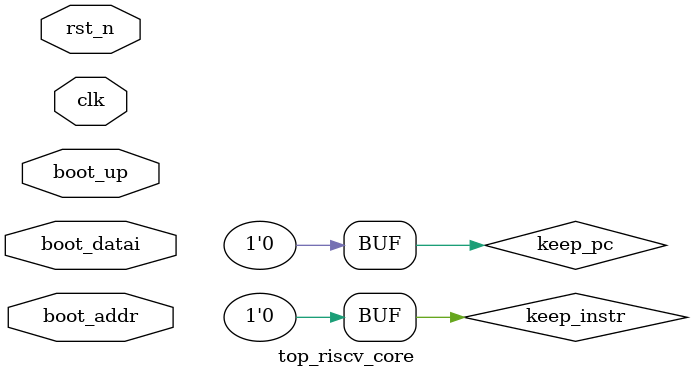
<source format=v>
module top_riscv_core 
#(
  parameter ADDR_WIDTH = 8,
  parameter ADDR_NUM = 256
) 
(
    input clk,
    input rst_n,
    input boot_up,
    input [ADDR_WIDTH-1:0] boot_addr,
    input [32-1 :0] boot_datai
);

    wire [32-1: 0] pc;
    wire [32-1: 0] pc_ID;
    wire [32-1: 0] pc_ID_org;
    wire [32-1 :0] pc_EX;
    wire [32-1: 0] pc_EX_org;
    wire [32-1 :0] pc_M;
    wire [32-1 :0] pc_RB;
    wire [32-1: 0] instr_IF;
    wire [32-1: 0] instr_ID;
    wire [32-1:0] instr_EX;
    wire [32-1:0] instr_M;
    wire [32-1: 0] pc_branch_M;
    wire [32-1 :0] alu_result_EX;
    wire [32-1: 0] alu_result_M;
    wire [32-1 :0] alu_result_RB;
    wire [32-1: 0] rd_wdata_RB;
    wire branch_valid;
    wire branch_equal;
    wire jalr_ID;
    wire jalr_EX;
    wire jalr_M;
    wire [32-1: 0] mem_rdata_M;
    wire [32-1: 0] mem_rdata_RB;
    wire [ADDR_WIDTH-1:0] icache_addr;
    wire alu_src_EX;
    wire alu_src_ID;
    wire [4-1: 0] alu_ctrl_ID;
    wire [4-1: 0] alu_ctrl_EX;
    wire [2-1: 0] PMAItoReg_ID;
    wire [2-1: 0] PMAItoReg_EX;
    wire [2-1: 0] PMAItoReg_M;
    wire [2-1: 0] PMAItoReg_RB;
    wire [32-1: 0] imm_ID;
    wire [32-1: 0] imm_EX;
    wire [32-1: 0] imm_M;
    wire [32-1: 0] imm_RB;
    wire [32-1: 0] rs1_rdata_ID;
    wire [32-1: 0] rs1_rdata_EX;
    wire [32-1: 0] rs2_rdata_ID;
    wire [32-1: 0] rs2_rdata_EX;
    wire [32-1: 0] rs2_rdata_M;
    wire [5-1: 0] rd_waddr_ID;
    wire [5-1: 0] rd_waddr_EX;
    wire [5-1: 0] rd_waddr_M;
    wire [5-1: 0] rd_waddr_RB;
    wire rd_wen_ID;
    wire rd_wen_EX;
    wire rd_wen_M;
    wire rd_wen_RB;
    wire branch_ID;
    wire branch_EX;
    wire branch_M;
    wire [32-1 :0] opr1; 
    wire [32-1 :0] opr2;
    wire [3-1: 0] funct3_M;
    wire zero_EX;
    wire zero_M;
    wire mem_write_ID;
    wire mem_write_EX;
    wire mem_write_M;
    wire jal_ID;
    wire jal_EX;
    wire jal_M;
    wire [5-1: 0] rs1_raddr_ID;
    wire [5-1: 0] rs1_raddr_EX;
    wire [5-1: 0] rs1_raddr_M;
    wire [5-1: 0] rs1_raddr_RB;
    wire [5-1: 0] rs2_raddr_ID;
    wire [5-1: 0] rs2_raddr_EX;
    wire [5-1: 0] rs2_raddr_M;
    wire [5-1: 0] rs2_raddr_RB;
    wire [32-1:0] instr_ID_mux;
    wire [2-1: 0] opr1_fwd;
    wire [2-1: 0] opr2_fwd;
    wire memstore_fwd;
    wire keep_pc;
    wire keep_instr;
    wire nop_sel;
    wire pc_running;
    wire [31:0] pc_branch_ID;
    wire beq_ID;
    wire bne_ID;
    wire auipc_EX;

    assign rd_wdata_RB = (PMAItoReg_RB == 2'd3)? pc_RB:
        (PMAItoReg_RB == 2'd2)? mem_rdata_RB:
        (PMAItoReg_RB == 2'd1)? alu_result_RB: imm_RB;

    assign opr1 = (auipc_EX) ? pc_EX_org : rs1_rdata_EX;
    assign opr2 = (alu_src_EX)? rs2_rdata_EX: imm_EX;

    assign beq_ID = (instr_ID[14:12] == 3'b000) && (rs1_rdata_ID == rs2_rdata_ID);
    assign bne_ID = (instr_ID[14:12] == 3'b001) && ~(rs1_rdata_ID == rs2_rdata_ID);
    assign branch_valid = ((beq_ID || bne_ID) && branch_ID) || jal_ID;
    assign pc_branch_ID = pc_ID_org + (imm_ID);

    ///////////// IF_STAGE && RB_STAGE /////////// 

    PC PC_U0 (
        .clk(clk),
        .rst_n(rst_n),
        .pc_branch_M(pc_branch_ID), // PC_branch_ID
        .alu_result_M(alu_result_M),
        .boot_up(boot_up),
        .keep_PC(keep_pc),
        .branch_valid(branch_valid),
        .jalr_M(jalr_M),
        .pc(pc),
        .pc_running(pc_running)
    );

    Icache Icache_U0 (
        .clk(clk),
        .rst_n(rst_n),
        .pc_running(pc_running),
        .pc(pc),
        .boot_addr(boot_addr),
        .wen(boot_up),
        .wdata(boot_datai),
        .rdata(instr_IF)
    );

    ///////////// IF_STAGE && RB_STAGE /////////// 
    
    IF_ID IF_ID_U0 (
        .clk(clk),
        .rst_n(rst_n),
        .pc_running(pc_running),
        .pc(pc),
        .instr_IF(instr_IF),
        .keep_instr(keep_instr),
        .PC_ID(pc_ID),
        .PC_ID_org(pc_ID_org),
        .instr_ID(instr_ID),
        .rs1_raddr(rs1_raddr_ID),
        .rs2_raddr(rs2_raddr_ID),
        .rd_waddr_ID(rd_waddr_ID)
    );

    ////////////////// ID_STAGE //////////////////


    control_unit control_unit_U0 (
        .instr_ID(instr_ID), .ALU_src(alu_src_ID), .ALU_ctrl(alu_ctrl_ID),
        .branch(branch_ID), .MemWrite(mem_write_ID), .jal(jal_ID),
        .jalr(jalr_ID), .PMAItoReg(PMAItoReg_ID), .rd_wen(rd_wen_ID)
    );

    imm_gen imm_gen_U0 (
        .instr(instr_ID), .imm(imm_ID)
    );

    regfile regfile_U0 (
        .clk(clk), .srst_n(rst_n), .raddr1(rs1_raddr_ID), .raddr2(rs2_raddr_ID),
        .wen(rd_wen_RB), .waddr(rd_waddr_RB), .wdata(rd_wdata_RB),
        .rdata1(rs1_rdata_ID), .rdata2(rs2_rdata_ID)
    );

    ////////////////// ID_STAGE ////////////////// 

    ID_EX ID_EX_U0 (
        .clk(clk), 
        .rst_n(rst_n),
        .PC_ID(pc_ID),
        .PC_ID_org(pc_ID_org),
        .imm_ID(imm_ID),
        .rs1_rdata_ID(rs1_rdata_ID),
        .rs2_rdata_ID(rs2_rdata_ID),
        .rd_waddr_ID(rd_waddr_ID),
        .ALU_src_ID(alu_src_ID),
        .ALU_ctrl_ID(alu_ctrl_ID),
        .branch_ID(branch_ID),
        .MemWrite_ID(mem_write_ID),
        .jal_ID(jal_ID),
        .jalr_ID(jalr_ID),
        .PMAItoReg_ID(PMAItoReg_ID),
        .rd_wen_ID(rd_wen_ID),
        .PC_EX(pc_EX),
        .PC_EX_org(pc_EX_org),
        .imm_EX(imm_EX),
        .rs1_rdata_EX(rs1_rdata_EX),
        .rs2_rdata_EX(rs2_rdata_EX),
        .rd_waddr_EX(rd_waddr_EX),
        .ALU_src_EX(alu_src_EX),
        .ALU_ctrl_EX(alu_ctrl_EX),
        .branch_EX(branch_EX),
        .MemWrite_EX(mem_write_EX),
        .jal_EX(jal_EX),
        .jalr_EX(jalr_EX),
        .PMAItoReg_EX(PMAItoReg_EX),
        .rd_wen_EX(rd_wen_EX),
        .rs1_raddr_ID(rs1_raddr_ID), .rs2_raddr_ID(rs2_raddr_ID),
        .rs1_raddr_EX(rs1_raddr_EX), .rs2_raddr_EX(rs2_raddr_EX),
        .instr_ID(instr_ID), .instr_EX(instr_EX),
        .auipc_EX(auipc_EX)
    );

    ////////////////// EX_STAGE ////////////////// 

    ALU ALU_U0 (
        .opr1(opr1), .opr2(opr2), 
        .alu_ctrl(alu_ctrl_EX), .zero(zero_EX), 
        .alu_out(alu_result_EX)
    );

    ////////////////// EX_STAGE ////////////////// 

    EX_M EX_M_U0(
        .clk(clk),
        .rst_n(rst_n),
        .PC_EX(pc_EX),
        .imm_EX(imm_EX),
        .rs2_rdata_EX(rs2_rdata_EX),
        .rd_waddr_EX(rd_waddr_EX),
        .ALU_ctrl_EX(alu_ctrl_EX),
        .zero_EX(zero_EX),
        .alu_result_EX(alu_result_EX),
        .branch_EX(branch_EX),
        .MemWrite_EX(mem_write_EX),
        .jal_EX(jal_EX),
        .jalr_EX(jalr_EX),
        .PMAItoReg_EX(PMAItoReg_EX),
        .rd_wen_EX(rd_wen_EX),
        .PC_M(pc_M),
        .PC_branch_M(pc_branch_M),
        .imm_M(imm_M),
        .rs2_rdata_M(rs2_rdata_M),
        .rd_waddr_M(rd_waddr_M),
        .funct3_M(funct3_M),
        .alu_result_M(alu_result_M),
        .branch_M(branch_M),
        .MemWrite_M(mem_write_M),
        .jal_M(jal_M),
        .jalr_M(jalr_M),
        .PMAItoReg_M(PMAItoReg_M),
        .rd_wen_M(rd_wen_M),
        .rs1_raddr_EX(rs1_raddr_EX),
        .rs2_raddr_EX(rs2_raddr_EX),
        .rs1_raddr_M(rs1_raddr_M),
        .rs2_raddr_M(rs2_raddr_M),
        .instr_EX(instr_EX),
        .instr_M(instr_M)
    );

    ////////////////// M_STAGE /////////////////// 

    Dcache Dcache_U0(
        .clk(clk),
        .rst_n(rst_n),
        .MemWrite(mem_write_M), 
        .alu_result_M(alu_result_M), 
        .rs2_rdata_M(rs2_rdata_M),
        .funct3(funct3_M),
        .mem_rdata(mem_rdata_M)
    );

    ////////////////// M_STAGE /////////////////// 

    M_RB M_RB_U0(
        .clk(clk),
        .rst_n(rst_n),
        .PMAItoReg_M(PMAItoReg_M),
        .rd_wen_M(rd_wen_M),
        .imm_M(imm_M),
        .mem_rdata_M(mem_rdata_M),
        .alu_result_M(alu_result_M),
        .PC_M(pc_M),
        .rd_waddr_M(rd_waddr_M),
        .PMAItoReg_RB(PMAItoReg_RB),
        .rd_wen_RB(rd_wen_RB),
        .imm_RB(imm_RB),
        .mem_rdata_RB(mem_rdata_RB),
        .alu_result_RB(alu_result_RB),
        .PC_RB(pc_RB),
        .rd_waddr_RB(rd_waddr_RB),
        .rs1_raddr_RB(rs1_raddr_RB),
        .rs2_raddr_RB(rs2_raddr_RB),
        .rs1_raddr_M(rs1_raddr_M),
        .rs2_raddr_M(rs2_raddr_M)
    );

    ////////////////// STALL_UNIT /////////////////// 

    assign keep_instr = 0;
    assign keep_pc = 0;
/*
    stall_unit stall_unit_U0(
        .instr_ID(instr_ID),
        .instr_EX(instr_EX),
        .instr_M(instr_M),
        .keep_PC(keep_pc),
        .keep_instr(keep_instr),
        .nop_sel(nop_sel)
    );

    nop_mux nop_mux_U0(
        .instr_ID(instr_ID),
        .nop_sel(nop_sel),
        .instr_ID_mux(instr_ID_mux)
    );

    ////////////////// STALL_UNIT ///////////////////      

    forward_unit forward_unit(
        .rs1_raddr_EX(rs1_raddr_EX),
        .rs2_raddr_EX(rs2_raddr_EX),
        .rd_waddr_EX(rd_waddr_EX),
        .rs1_raddr_M(rs1_raddr_M),
        .rs2_raddr_M(rs2_raddr_M),
        .rd_waddr_M(rd_waddr_M),
        .rs1_raddr_RB(rs1_raddr_RB),
        .rs2_raddr_RB(rs2_raddr_RB),
        .rd_waddr_RB(rd_waddr_RB),

        .opr1_fwd(opr1_fwd),
        .opr2_fwd(opr2_fwd),
        .memstore_fwd(memstore_fwd)
    );
*/

endmodule

</source>
